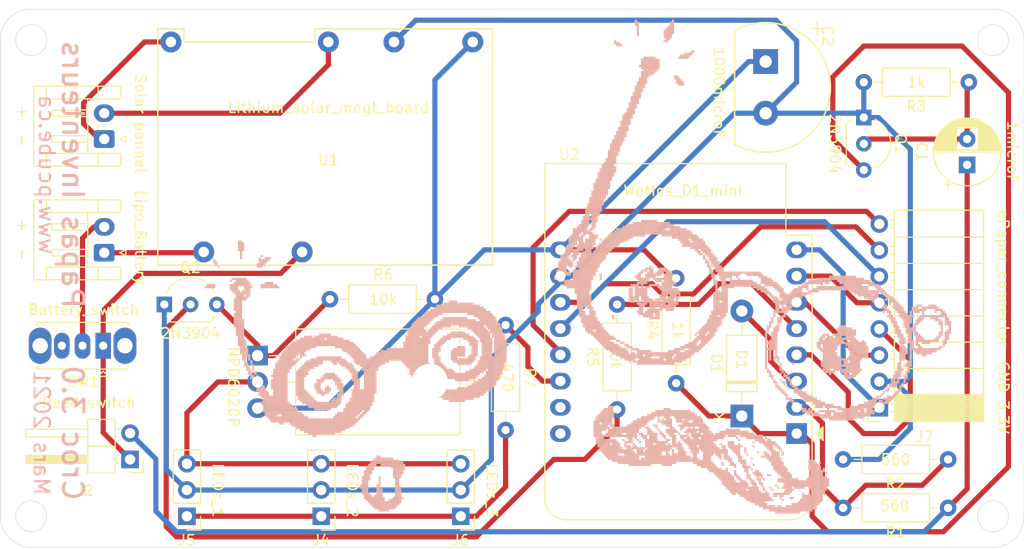
<source format=kicad_pcb>
(kicad_pcb (version 20171130) (host pcbnew 5.1.7-a382d34a8~88~ubuntu18.04.1)
  (layers (0 F.Cu signal) (31 B.Cu signal) (34 B.Paste user) (35 F.Paste user) (36 B.SilkS user hide) (37 F.SilkS user) (38 B.Mask user) (39 F.Mask user) (44 Edge.Cuts user))
  (net 0 "")
  (net 1 "Net-(C1-Pad1)")
  (net 2 "Net-(C1-Pad2)")
  (net 3 +5V)
  (net 4 GND)
  (net 5 /WEMOS_RESET)
  (net 6 /D0)
  (net 7 /SOLAR+)
  (net 8 /SOLAR-)
  (net 9 /LED_VIN)
  (net 10 /3.3V)
  (net 11 "Net-(Q2-Pad3)")
  (net 12 "Net-(Q2-Pad2)")
  (net 13 /A0)
  (net 14 /DIN)
  (net 15 /CLK)
  (net 16 /CS)
  (net 17 /DC)
  (net 18 /RST)
  (net 19 /BUSY)
  (net 20 /MOSFET_CTRL)
  (net 21 /WS2812B_DATA_IN)
  (net 22 /LIPO-)
  (net 23 /LED_DIN)
  (net 24 "Net-(J2-Pad1)")
  (net 25 /LIPO+SWITCH)
  (module "Lib_fp:LOGO_papas_inventeurs_et_jeunes (72x48mm)" (layer B.Cu) (at 192.775 68.625 180)
    (fp_text reference LOGO_papas_inventeurs_et_jeunes hide)
    (fp_text value "" (at 0 0) (layer B.SilkS) (effects (font (size 1.27 1.27)) (justify mirror)))
  )
  (module Connector_JST:JST_EH_S2B-EH_1x02_P2.50mm_Horizontal (layer F.Cu) (at 110.835 80.195 90)
    (fp_text reference "+  -" (at 1.25 -7.9 270 unlocked) (layer F.SilkS))
    (fp_text value "Solar pannel" (at 1.5 3.5 270 unlocked) (layer F.SilkS))
    (pad 1 thru_hole roundrect (at 0 0 90) (size 1.7 2) (drill 1) (layers *.Cu *.Mask) (roundrect_rratio 0.147059) (net 8 /SOLAR-))
    (pad 2 thru_hole oval (at 2.5 0 90) (size 1.7 2) (drill 1) (layers *.Cu *.Mask) (net 7 /SOLAR+))
  )
  (module Module:WEMOS_D1_mini_light (layer F.Cu) (at 177.835 108.695 180)
    (fp_text reference U2 (at 22 27) (layer F.SilkS))
    (fp_text value WeMos_D1_mini (at 11 23.5) (layer F.SilkS))
    (pad 2 thru_hole oval (at 0 2.54 180) (size 2 1.6) (drill 1) (layers *.Cu *.Mask) (net 13 /A0))
    (pad 1 thru_hole rect (at 0 0 180) (size 2 2) (drill 1) (layers *.Cu *.Mask) (net 5 /WEMOS_RESET))
    (pad 3 thru_hole oval (at 0 5.08 180) (size 2 1.6) (drill 1) (layers *.Cu *.Mask) (net 6 /D0))
    (pad 4 thru_hole oval (at 0 7.62 180) (size 2 1.6) (drill 1) (layers *.Cu *.Mask) (net 15 /CLK))
    (pad 5 thru_hole oval (at 0 10.16 180) (size 2 1.6) (drill 1) (layers *.Cu *.Mask) (net 20 /MOSFET_CTRL))
    (pad 6 thru_hole oval (at 0 12.7 180) (size 2 1.6) (drill 1) (layers *.Cu *.Mask) (net 14 /DIN))
    (pad 7 thru_hole oval (at 0 15.24 180) (size 2 1.6) (drill 1) (layers *.Cu *.Mask) (net 16 /CS))
    (pad 8 thru_hole oval (at 0 17.78 180) (size 2 1.6) (drill 1) (layers *.Cu *.Mask) (net 10 /3.3V))
    (pad 9 thru_hole oval (at 22.86 17.78 180) (size 2 1.6) (drill 1) (layers *.Cu *.Mask) (net 3 +5V))
    (pad 10 thru_hole oval (at 22.86 15.24 180) (size 2 1.6) (drill 1) (layers *.Cu *.Mask) (net 4 GND))
    (pad 11 thru_hole oval (at 22.86 12.7 180) (size 2 1.6) (drill 1) (layers *.Cu *.Mask) (net 18 /RST))
    (pad 12 thru_hole oval (at 22.86 10.16 180) (size 2 1.6) (drill 1) (layers *.Cu *.Mask) (net 17 /DC))
    (pad 13 thru_hole oval (at 22.86 7.62 180) (size 2 1.6) (drill 1) (layers *.Cu *.Mask) (net 19 /BUSY))
    (pad 14 thru_hole oval (at 22.86 5.08 180) (size 2 1.6) (drill 1) (layers *.Cu *.Mask) (net 21 /WS2812B_DATA_IN))
    (pad 15 thru_hole oval (at 22.86 2.54 180) (size 2 1.6) (drill 1) (layers *.Cu *.Mask))
    (pad 16 thru_hole oval (at 22.86 0 180) (size 2 1.6) (drill 1) (layers *.Cu *.Mask))
  )
  (module Capacitor_THT:CP_Radial_D6.3mm_P2.50mm (layer F.Cu) (at 194.335 82.695 90)
    (fp_text reference C1 (at 1.25 -4.4 270 unlocked) (layer F.SilkS))
    (fp_text value 1microF (at 1.25 4.4 270 unlocked) (layer F.SilkS))
    (pad 1 thru_hole rect (at 0 0 90) (size 1.6 1.6) (drill 0.8) (layers *.Cu *.Mask) (net 1 "Net-(C1-Pad1)"))
    (pad 2 thru_hole circle (at 2.5 0 90) (size 1.6 1.6) (drill 0.8) (layers *.Cu *.Mask) (net 2 "Net-(C1-Pad2)"))
  )
  (module lib_fp:Edge_CP_Radial_D12.5mm_P5.00mm (layer F.Cu) (at 174.835 75.195 270)
    (fp_text reference C2 (at -5 -6 270 unlocked) (layer F.SilkS))
    (fp_text value 1000microF (at 0.5 4.5 270 unlocked) (layer F.SilkS))
    (pad 1 thru_hole rect (at -2.5 0 270) (size 2.4 2.4) (drill 1.2) (layers *.Cu *.Mask) (net 3 +5V))
    (pad 2 thru_hole circle (at 2.5 0 270) (size 2.4 2.4) (drill 1.2) (layers *.Cu *.Mask) (net 4 GND))
  )
  (module Connector_PinHeader_2.54mm:PinHeader_1x02_P2.54mm_Horizontal (layer F.Cu) (at 113.335 111.195 180)
    (fp_text reference J2 (at 4.385 -3) (layer F.SilkS))
    (fp_text value Reed_switch (at 4 5.5) (layer F.SilkS))
    (pad 1 thru_hole rect (at 0 0 180) (size 1.7 1.7) (drill 1) (layers *.Cu *.Mask) (net 24 "Net-(J2-Pad1)"))
    (pad 2 thru_hole oval (at 0 2.54 180) (size 1.7 1.7) (drill 1) (layers *.Cu *.Mask) (net 1 "Net-(C1-Pad1)"))
  )
  (module Connector_JST:JST_EH_S2B-EH_1x02_P2.50mm_Horizontal (layer F.Cu) (at 110.835 91.195 90)
    (fp_text reference "+  -" (at 1.25 -7.9 270 unlocked) (layer F.SilkS))
    (fp_text value Lipo_Battery (at 1.5 3.5 270 unlocked) (layer F.SilkS))
    (pad 2 thru_hole oval (at 2.5 0 90) (size 1.7 2) (drill 1) (layers *.Cu *.Mask) (net 25 /LIPO+SWITCH))
    (pad 1 thru_hole roundrect (at 0 0 90) (size 1.7 2) (drill 1) (layers *.Cu *.Mask) (roundrect_rratio 0.147059) (net 22 /LIPO-))
  )
  (module Connector_PinSocket_2.54mm:PinSocket_1x08_P2.54mm_Horizontal (layer F.Cu) (at 185.835 106.195 180)
    (fp_text reference J7 (at -4.38 -2.77) (layer F.SilkS))
    (fp_text value ePaper_connector (at -12 12.5 270 unlocked) (layer F.SilkS))
    (pad 8 thru_hole oval (at 0 17.78 180) (size 1.7 1.7) (drill 1) (layers *.Cu *.Mask) (net 19 /BUSY))
    (pad 7 thru_hole oval (at 0 15.24 180) (size 1.7 1.7) (drill 1) (layers *.Cu *.Mask) (net 18 /RST))
    (pad 6 thru_hole oval (at 0 12.7 180) (size 1.7 1.7) (drill 1) (layers *.Cu *.Mask) (net 17 /DC))
    (pad 5 thru_hole oval (at 0 10.16 180) (size 1.7 1.7) (drill 1) (layers *.Cu *.Mask) (net 16 /CS))
    (pad 4 thru_hole oval (at 0 7.62 180) (size 1.7 1.7) (drill 1) (layers *.Cu *.Mask) (net 15 /CLK))
    (pad 3 thru_hole oval (at 0 5.08 180) (size 1.7 1.7) (drill 1) (layers *.Cu *.Mask) (net 14 /DIN))
    (pad 2 thru_hole oval (at 0 2.54 180) (size 1.7 1.7) (drill 1) (layers *.Cu *.Mask) (net 4 GND))
    (pad 1 thru_hole rect (at 0 0 180) (size 1.7 1.7) (drill 1) (layers *.Cu *.Mask) (net 10 /3.3V))
  )
  (module Package_TO_SOT_THT:TO-92L_Inline_Wide (layer F.Cu) (at 184.335 78.115 270)
    (fp_text reference Q1 (at 2.54 -3.56 270 unlocked) (layer F.SilkS))
    (fp_text value 2N3904 (at 2.54 2.79 270 unlocked) (layer F.SilkS))
    (pad 2 thru_hole circle (at 2.54 0 270) (size 1.5 1.5) (drill 0.8) (layers *.Cu *.Mask) (net 2 "Net-(C1-Pad2)"))
    (pad 3 thru_hole circle (at 5.08 0 270) (size 1.5 1.5) (drill 0.8) (layers *.Cu *.Mask) (net 5 /WEMOS_RESET))
    (pad 1 thru_hole rect (at 0 0 270) (size 1.5 1.5) (drill 0.8) (layers *.Cu *.Mask) (net 4 GND))
  )
  (module Package_TO_SOT_THT:TO-92L_Inline_Wide (layer F.Cu) (at 116.65 96.2)
    (fp_text reference Q2 (at 2.54 -3.56) (layer F.SilkS))
    (fp_text value 2N3904 (at 2.54 2.79) (layer F.SilkS))
    (pad 1 thru_hole rect (at 0 0) (size 1.5 1.5) (drill 0.8) (layers *.Cu *.Mask) (net 4 GND))
    (pad 3 thru_hole circle (at 5.08 0) (size 1.5 1.5) (drill 0.8) (layers *.Cu *.Mask) (net 11 "Net-(Q2-Pad3)"))
    (pad 2 thru_hole circle (at 2.54 0) (size 1.5 1.5) (drill 0.8) (layers *.Cu *.Mask) (net 12 "Net-(Q2-Pad2)"))
  )
  (module Package_TO_SOT_THT:TO-220-3_Horizontal_TabDown (layer F.Cu) (at 125.675 101.155 270)
    (fp_text reference Q3 (at 2.54 -20.58 270 unlocked) (layer F.SilkS))
    (fp_text value NPD6020P (at 3.04 2.34 270 unlocked) (layer F.SilkS))
    (pad "" np_thru_hole oval (at 2.54 -16.66 270) (size 3.5 3.5) (drill 3.5) (layers *.Cu *.Mask))
    (pad 1 thru_hole rect (at 0 0 270) (size 1.905 2) (drill 1.1) (layers *.Cu *.Mask) (net 11 "Net-(Q2-Pad3)"))
    (pad 2 thru_hole oval (at 2.54 0 270) (size 1.905 2) (drill 1.1) (layers *.Cu *.Mask) (net 9 /LED_VIN))
    (pad 3 thru_hole oval (at 5.08 0 270) (size 1.905 2) (drill 1.1) (layers *.Cu *.Mask) (net 3 +5V))
  )
  (module Lib_fp:Lithium_solar_mngt_board (layer F.Cu) (at 135.065 66.99)
    (fp_text reference U1 (at -2.54 15.24) (layer F.SilkS))
    (fp_text value Lithium_solar_mngt_board (at -2.54 10.16) (layer F.SilkS))
    (pad 1 thru_hole circle (at -2.54 3.81) (size 2.032 2.032) (drill 1.016) (layers *.Cu *.Mask) (net 7 /SOLAR+))
    (pad 2 thru_hole circle (at -17.78 3.81) (size 2.032 2.032) (drill 1.016) (layers *.Cu *.Mask) (net 8 /SOLAR-))
    (pad 4 thru_hole circle (at -14.605 24.13) (size 2.032 2.032) (drill 1.016) (layers *.Cu *.Mask) (net 22 /LIPO-))
    (pad 3 thru_hole circle (at -5.08 24.13) (size 2.032 2.032) (drill 1.016) (layers *.Cu *.Mask) (net 24 "Net-(J2-Pad1)"))
    (pad 6 thru_hole circle (at 3.81 3.81) (size 2.032 2.032) (drill 1.016) (layers *.Cu *.Mask) (net 4 GND))
    (pad 5 thru_hole circle (at 11.43 3.81) (size 2.032 2.032) (drill 1.016) (layers *.Cu *.Mask) (net 3 +5V))
  )
  (module Connector_PinHeader_2.54mm:PinHeader_1x03_P2.54mm_Vertical (layer F.Cu) (at 131.835 116.695 180)
    (fp_text reference J4 (at 0 -2.33) (layer F.SilkS))
    (fp_text value LEDs_2 (at -3 2.5 270 unlocked) (layer F.SilkS))
    (pad 1 thru_hole rect (at 0 0 180) (size 1.7 1.7) (drill 1) (layers *.Cu *.Mask) (net 23 /LED_DIN))
    (pad 2 thru_hole oval (at 0 2.54 180) (size 1.7 1.7) (drill 1) (layers *.Cu *.Mask) (net 4 GND))
    (pad 3 thru_hole oval (at 0 5.08 180) (size 1.7 1.7) (drill 1) (layers *.Cu *.Mask) (net 9 /LED_VIN))
  )
  (module Connector_PinHeader_2.54mm:PinHeader_1x03_P2.54mm_Vertical (layer F.Cu) (at 118.835 116.695 180)
    (fp_text reference J5 (at 0 -2.33) (layer F.SilkS))
    (fp_text value LEDs_1 (at -3 2.5 270 unlocked) (layer F.SilkS))
    (pad 3 thru_hole oval (at 0 5.08 180) (size 1.7 1.7) (drill 1) (layers *.Cu *.Mask) (net 9 /LED_VIN))
    (pad 2 thru_hole oval (at 0 2.54 180) (size 1.7 1.7) (drill 1) (layers *.Cu *.Mask) (net 4 GND))
    (pad 1 thru_hole rect (at 0 0 180) (size 1.7 1.7) (drill 1) (layers *.Cu *.Mask) (net 23 /LED_DIN))
  )
  (module Connector_PinHeader_2.54mm:PinHeader_1x03_P2.54mm_Vertical (layer F.Cu) (at 145.335 116.695 180)
    (fp_text reference J6 (at 0 -2.33) (layer F.SilkS))
    (fp_text value LEDs_3 (at -3 2.5 270 unlocked) (layer F.SilkS))
    (pad 1 thru_hole rect (at 0 0 180) (size 1.7 1.7) (drill 1) (layers *.Cu *.Mask) (net 23 /LED_DIN))
    (pad 2 thru_hole oval (at 0 2.54 180) (size 1.7 1.7) (drill 1) (layers *.Cu *.Mask) (net 4 GND))
    (pad 3 thru_hole oval (at 0 5.08 180) (size 1.7 1.7) (drill 1) (layers *.Cu *.Mask) (net 9 /LED_VIN))
  )
  (module Button_Switch_THT:SW_Slide_1P2T_CK_OS102011MS2Q (layer F.Cu) (at 110.735 100.195 180)
    (fp_text reference SW1 (at 1.9 -3.5) (layer F.SilkS))
    (fp_text value Battery_switch (at 1.9 3.5) (layer F.SilkS))
    (pad 1 thru_hole rect (at 0 0 180) (size 1.5 2.5) (drill 0.8) (layers *.Cu *.Mask) (net 24 "Net-(J2-Pad1)"))
    (pad 2 thru_hole oval (at 2 0 180) (size 1.5 2.5) (drill 0.8) (layers *.Cu *.Mask) (net 25 /LIPO+SWITCH))
    (pad 3 thru_hole oval (at 4 0 180) (size 1.5 2.5) (drill 0.8) (layers *.Cu *.Mask))
    (pad "" thru_hole oval (at -2.1 0 180) (size 2.2 3.5) (drill 1.5) (layers *.Cu *.Mask))
    (pad "" thru_hole oval (at 6.1 0 180) (size 2.2 3.5) (drill 1.5) (layers *.Cu *.Mask))
  )
  (module Resistor_THT:R_Axial_DIN0207_L6.3mm_D2.5mm_P10.16mm_Horizontal (layer F.Cu) (at 192.495 115.885 180)
    (fp_text reference R1 (at 5.08 -2.37) (layer F.SilkS))
    (fp_text value 560 (at 5.16 0.19) (layer F.SilkS))
    (pad 1 thru_hole circle (at 0 0 180) (size 1.6 1.6) (drill 0.8) (layers *.Cu *.Mask) (net 1 "Net-(C1-Pad1)"))
    (pad 2 thru_hole oval (at 10.16 0 180) (size 1.6 1.6) (drill 0.8) (layers *.Cu *.Mask) (net 13 /A0))
  )
  (module Resistor_THT:R_Axial_DIN0207_L6.3mm_D2.5mm_P10.16mm_Horizontal (layer F.Cu) (at 192.495 111.195 180)
    (fp_text reference R2 (at 5.08 -2.37) (layer F.SilkS))
    (fp_text value 560 (at 5.08 0) (layer F.SilkS))
    (pad 2 thru_hole oval (at 10.16 0 180) (size 1.6 1.6) (drill 0.8) (layers *.Cu *.Mask) (net 4 GND))
    (pad 1 thru_hole circle (at 0 0 180) (size 1.6 1.6) (drill 0.8) (layers *.Cu *.Mask) (net 13 /A0))
  )
  (module Resistor_THT:R_Axial_DIN0207_L6.3mm_D2.5mm_P10.16mm_Horizontal (layer F.Cu) (at 194.495 74.695 180)
    (fp_text reference R3 (at 5.08 -2.37) (layer F.SilkS))
    (fp_text value 1k (at 5.08 0) (layer F.SilkS))
    (pad 1 thru_hole circle (at 0 0 180) (size 1.6 1.6) (drill 0.8) (layers *.Cu *.Mask) (net 2 "Net-(C1-Pad2)"))
    (pad 2 thru_hole oval (at 10.16 0 180) (size 1.6 1.6) (drill 0.8) (layers *.Cu *.Mask) (net 4 GND))
  )
  (module Resistor_THT:R_Axial_DIN0207_L6.3mm_D2.5mm_P10.16mm_Horizontal (layer F.Cu) (at 166.18 93.66 270)
    (fp_text reference R4 (at 5.035 2.345 270 unlocked) (layer F.SilkS))
    (fp_text value 1k (at 5.08 -0.155 270 unlocked) (layer F.SilkS))
    (pad 2 thru_hole oval (at 10.16 0 270) (size 1.6 1.6) (drill 0.8) (layers *.Cu *.Mask) (net 5 /WEMOS_RESET))
    (pad 1 thru_hole circle (at 0 0 270) (size 1.6 1.6) (drill 0.8) (layers *.Cu *.Mask) (net 3 +5V))
  )
  (module Resistor_THT:R_Axial_DIN0207_L6.3mm_D2.5mm_P10.16mm_Horizontal (layer F.Cu) (at 160.465 106.36 90)
    (fp_text reference R5 (at 5.08 -2.37 270 unlocked) (layer F.SilkS))
    (fp_text value 10k (at 5.165 -0.13 270 unlocked) (layer F.SilkS))
    (pad 2 thru_hole oval (at 10.16 0 90) (size 1.6 1.6) (drill 0.8) (layers *.Cu *.Mask) (net 20 /MOSFET_CTRL))
    (pad 1 thru_hole circle (at 0 0 90) (size 1.6 1.6) (drill 0.8) (layers *.Cu *.Mask) (net 12 "Net-(Q2-Pad2)"))
  )
  (module Resistor_THT:R_Axial_DIN0207_L6.3mm_D2.5mm_P10.16mm_Horizontal (layer F.Cu) (at 132.675 95.695)
    (fp_text reference R6 (at 5.16 -2.37) (layer F.SilkS))
    (fp_text value 10k (at 5.16 0) (layer F.SilkS))
    (pad 1 thru_hole circle (at 0 0) (size 1.6 1.6) (drill 0.8) (layers *.Cu *.Mask) (net 11 "Net-(Q2-Pad3)"))
    (pad 2 thru_hole oval (at 10.16 0) (size 1.6 1.6) (drill 0.8) (layers *.Cu *.Mask) (net 3 +5V))
  )
  (module Resistor_THT:R_Axial_DIN0207_L6.3mm_D2.5mm_P10.16mm_Horizontal (layer F.Cu) (at 149.67 98.195 270)
    (fp_text reference R7 (at 5.08 -2.37 270 unlocked) (layer F.SilkS))
    (fp_text value 470 (at 5.08 -0.165 270 unlocked) (layer F.SilkS))
    (pad 1 thru_hole circle (at 0 0 270) (size 1.6 1.6) (drill 0.8) (layers *.Cu *.Mask) (net 21 /WS2812B_DATA_IN))
    (pad 2 thru_hole oval (at 10.16 0 270) (size 1.6 1.6) (drill 0.8) (layers *.Cu *.Mask) (net 23 /LED_DIN))
  )
  (module Diode_THT:D_DO-41_SOD81_P10.16mm_Horizontal (layer F.Cu) (at 172.53 106.995 90)
    (fp_text reference D1 (at 5.08 -2.47 270 unlocked) (layer F.SilkS))
    (fp_text value DIODE)
    (fp_text user %R (at 5.47 0 270 unlocked) (layer F.SilkS))
    (fp_text user K (at 0 -2.1 90) (layer F.SilkS))
    (pad 1 thru_hole rect (at 0 0 90) (size 2.2 2.2) (drill 1.1) (layers *.Cu *.Mask) (net 5 /WEMOS_RESET))
    (pad 2 thru_hole oval (at 10.16 0 90) (size 2.2 2.2) (drill 1.1) (layers *.Cu *.Mask) (net 6 /D0))
  )
  (gr_text "Croc 3.0" (at 107.775 108.625 270) (layer B.SilkS) (effects (font (size 2 2) (thickness 0.3)) (justify mirror)))
  (gr_text "Mars 2021" (at 104.775 108.625 270) (layer B.SilkS) (effects (font (size 1.5 1.5) (thickness 0.2)) (justify mirror)))
  (gr_text www.pcube.ca (at 105.275 83.625 270) (layer B.SilkS) (effects (font (size 1.5 1.5) (thickness 0.2)) (justify mirror)))
  (gr_text "Papas Inventeurs" (at 107.775 83.625 270) (layer B.SilkS) (effects (font (size 2 2) (thickness 0.3)) (justify mirror)))
  (gr_line (start 100.775 70.625) (end 100.775 116.695) (layer Edge.Cuts) (width 0.05))
  (gr_arc (start 103.775 70.625) (end 103.775 67.625) (angle -90) (layer Edge.Cuts) (width 0.05))
  (gr_arc (start 196.835 70.625) (end 199.835 70.625) (angle -90) (layer Edge.Cuts) (width 0.05))
  (gr_arc (start 196.835 116.695) (end 196.835 119.695) (angle -90) (layer Edge.Cuts) (width 0.05))
  (gr_arc (start 103.775 116.695) (end 100.775 116.695) (angle -90) (layer Edge.Cuts) (width 0.05))
  (gr_text "GND 3.3V" (at 197.835 105.195 270) (layer F.SilkS) (effects (font (size 1 1))))
  (gr_circle (center 103.775 70.625) (end 102.275 70.625) (layer Edge.Cuts) (width 0.05))
  (gr_circle (center 196.835 116.695) (end 198.335 116.695) (layer Edge.Cuts) (width 0.05))
  (gr_circle (center 196.835 70.625) (end 198.335 70.625) (layer Edge.Cuts) (width 0.05))
  (gr_circle (center 103.775 116.695) (end 102.275 116.695) (layer Edge.Cuts) (width 0.05))
  (gr_line (start 196.835 67.625) (end 103.775 67.625) (layer Edge.Cuts) (width 0.05))
  (gr_line (start 199.835 116.695) (end 199.835 70.625) (layer Edge.Cuts) (width 0.05))
  (gr_line (start 103.775 119.695) (end 196.835 119.695) (layer Edge.Cuts) (width 0.05))
  (segment (start 192.495 115.885) (end 194.335 114.045) (width 0.5) (layer F.Cu) (net 1))
  (segment (start 194.335 114.045) (end 194.335 82.695) (width 0.5) (layer F.Cu) (net 1))
  (segment (start 115.835 111.155) (end 113.335 108.655) (width 0.5) (layer B.Cu) (net 1))
  (segment (start 115.835 116.205002) (end 115.835 111.155) (width 0.5) (layer B.Cu) (net 1))
  (segment (start 117.824998 118.195) (end 115.835 116.205002) (width 0.5) (layer B.Cu) (net 1))
  (segment (start 192.495 115.885) (end 190.185 118.195) (width 0.5) (layer B.Cu) (net 1))
  (segment (start 190.185 118.195) (end 117.824998 118.195) (width 0.5) (layer B.Cu) (net 1))
  (segment (start 194.335 74.855) (end 194.495 74.695) (width 0.5) (layer F.Cu) (net 2))
  (segment (start 194.335 80.195) (end 194.335 74.855) (width 0.5) (layer F.Cu) (net 2))
  (segment (start 184.795 80.195) (end 184.335 80.655) (width 0.5) (layer F.Cu) (net 2))
  (segment (start 194.335 80.195) (end 184.795 80.195) (width 0.5) (layer F.Cu) (net 2))
  (segment (start 154.975 90.915) (end 163.055 90.915) (width 0.5) (layer F.Cu) (net 3))
  (segment (start 165.8 93.66) (end 166.18 93.66) (width 0.5) (layer F.Cu) (net 3))
  (segment (start 163.055 90.915) (end 165.8 93.66) (width 0.5) (layer F.Cu) (net 3))
  (segment (start 147.615 90.915) (end 142.835 95.695) (width 0.5) (layer B.Cu) (net 3))
  (segment (start 154.975 90.915) (end 147.615 90.915) (width 0.5) (layer B.Cu) (net 3))
  (segment (start 142.835 74.46) (end 146.495 70.8) (width 0.5) (layer B.Cu) (net 3))
  (segment (start 142.835 95.695) (end 142.835 74.46) (width 0.5) (layer B.Cu) (net 3))
  (segment (start 132.295 106.235) (end 142.835 95.695) (width 0.5) (layer B.Cu) (net 3))
  (segment (start 125.675 106.235) (end 132.295 106.235) (width 0.5) (layer B.Cu) (net 3))
  (segment (start 173.195 72.695) (end 154.975 90.915) (width 0.5) (layer B.Cu) (net 3))
  (segment (start 174.835 72.695) (end 173.195 72.695) (width 0.5) (layer B.Cu) (net 3))
  (segment (start 116.65 96.2) (end 116.65 99.01) (width 0.5) (layer B.Cu) (net 4))
  (segment (start 116.65 99.01) (end 116.835 99.195) (width 0.5) (layer B.Cu) (net 4))
  (segment (start 116.835 112.155) (end 118.835 114.155) (width 0.5) (layer B.Cu) (net 4))
  (segment (start 116.835 99.195) (end 116.835 112.155) (width 0.5) (layer B.Cu) (net 4))
  (segment (start 118.835 114.155) (end 131.835 114.155) (width 0.5) (layer B.Cu) (net 4))
  (segment (start 131.835 114.155) (end 145.335 114.155) (width 0.5) (layer B.Cu) (net 4))
  (segment (start 145.335 114.155) (end 148.295 111.195) (width 0.5) (layer B.Cu) (net 4))
  (segment (start 148.295 101.420002) (end 152.835 96.880002) (width 0.5) (layer B.Cu) (net 4))
  (segment (start 148.295 111.195) (end 148.295 101.420002) (width 0.5) (layer B.Cu) (net 4))
  (segment (start 154.975 94.027219) (end 154.975 93.455) (width 0.5) (layer B.Cu) (net 4))
  (segment (start 152.835 96.167219) (end 154.975 94.027219) (width 0.5) (layer B.Cu) (net 4))
  (segment (start 152.835 96.880002) (end 152.835 96.167219) (width 0.5) (layer B.Cu) (net 4))
  (segment (start 154.975 93.455) (end 156.075 93.455) (width 0.5) (layer B.Cu) (net 4))
  (segment (start 171.835 77.695) (end 174.835 77.695) (width 0.5) (layer B.Cu) (net 4))
  (segment (start 156.075 93.455) (end 171.835 77.695) (width 0.5) (layer B.Cu) (net 4))
  (segment (start 183.915 77.695) (end 184.335 78.115) (width 0.5) (layer B.Cu) (net 4))
  (segment (start 174.835 77.695) (end 183.915 77.695) (width 0.5) (layer B.Cu) (net 4))
  (segment (start 184.335 78.115) (end 184.335 74.695) (width 0.5) (layer B.Cu) (net 4))
  (segment (start 185.755 78.115) (end 184.335 78.115) (width 0.5) (layer B.Cu) (net 4))
  (segment (start 188.835 103.105) (end 188.835 81.195) (width 0.5) (layer B.Cu) (net 4))
  (segment (start 188.835 81.195) (end 185.755 78.115) (width 0.5) (layer B.Cu) (net 4))
  (segment (start 188.285 103.655) (end 188.835 103.105) (width 0.5) (layer B.Cu) (net 4))
  (segment (start 185.835 103.655) (end 188.285 103.655) (width 0.5) (layer B.Cu) (net 4))
  (segment (start 185.835 103.655) (end 187.295 103.655) (width 0.5) (layer B.Cu) (net 4))
  (segment (start 187.295 103.655) (end 188.835 105.195) (width 0.5) (layer B.Cu) (net 4))
  (segment (start 188.835 105.195) (end 188.835 108.195) (width 0.5) (layer B.Cu) (net 4))
  (segment (start 185.835 111.195) (end 182.335 111.195) (width 0.5) (layer B.Cu) (net 4))
  (segment (start 188.835 108.195) (end 185.835 111.195) (width 0.5) (layer B.Cu) (net 4))
  (segment (start 177.835 74.695) (end 174.835 77.695) (width 0.5) (layer B.Cu) (net 4))
  (segment (start 177.835 70.695) (end 177.835 74.695) (width 0.5) (layer B.Cu) (net 4))
  (segment (start 175.835 68.695) (end 177.835 70.695) (width 0.5) (layer B.Cu) (net 4))
  (segment (start 138.875 70.8) (end 140.98 68.695) (width 0.5) (layer B.Cu) (net 4))
  (segment (start 140.98 68.695) (end 175.835 68.695) (width 0.5) (layer B.Cu) (net 4))
  (segment (start 174.23 108.695) (end 172.53 106.995) (width 0.5) (layer F.Cu) (net 5))
  (segment (start 177.835 108.695) (end 174.23 108.695) (width 0.5) (layer F.Cu) (net 5))
  (segment (start 169.355 106.995) (end 166.18 103.82) (width 0.5) (layer F.Cu) (net 5))
  (segment (start 172.53 106.995) (end 169.355 106.995) (width 0.5) (layer F.Cu) (net 5))
  (segment (start 181.335 74.195) (end 181.335 80.195) (width 0.5) (layer F.Cu) (net 5))
  (segment (start 198.335 75.695) (end 193.835 71.195) (width 0.5) (layer F.Cu) (net 5))
  (segment (start 198.335 111.895002) (end 198.335 75.695) (width 0.5) (layer F.Cu) (net 5))
  (segment (start 178.335 108.695) (end 179.335 109.695) (width 0.5) (layer F.Cu) (net 5))
  (segment (start 184.335 71.195) (end 181.335 74.195) (width 0.5) (layer F.Cu) (net 5))
  (segment (start 177.835 108.695) (end 178.335 108.695) (width 0.5) (layer F.Cu) (net 5))
  (segment (start 179.335 109.695) (end 179.335 116.695) (width 0.5) (layer F.Cu) (net 5))
  (segment (start 181.335 80.195) (end 184.335 83.195) (width 0.5) (layer F.Cu) (net 5))
  (segment (start 180.835 118.195) (end 192.035002 118.195) (width 0.5) (layer F.Cu) (net 5))
  (segment (start 193.835 71.195) (end 184.335 71.195) (width 0.5) (layer F.Cu) (net 5))
  (segment (start 179.335 116.695) (end 180.835 118.195) (width 0.5) (layer F.Cu) (net 5))
  (segment (start 192.035002 118.195) (end 198.335 111.895002) (width 0.5) (layer F.Cu) (net 5))
  (segment (start 177.835 103.615) (end 177.255 103.615) (width 0.5) (layer F.Cu) (net 6))
  (segment (start 177.255 103.615) (end 175.335 101.695) (width 0.5) (layer F.Cu) (net 6))
  (segment (start 175.335 99.64) (end 172.53 96.835) (width 0.5) (layer F.Cu) (net 6))
  (segment (start 175.335 101.695) (end 175.335 99.64) (width 0.5) (layer F.Cu) (net 6))
  (segment (start 110.835 77.695) (end 127.835 77.695) (width 0.5) (layer F.Cu) (net 7))
  (segment (start 132.525 73.005) (end 132.525 70.8) (width 0.5) (layer F.Cu) (net 7))
  (segment (start 127.835 77.695) (end 132.525 73.005) (width 0.5) (layer F.Cu) (net 7))
  (segment (start 110.835 80.195) (end 110.335 80.195) (width 0.5) (layer F.Cu) (net 8))
  (segment (start 110.335 80.195) (end 108.835 78.695) (width 0.5) (layer F.Cu) (net 8))
  (segment (start 108.835 78.695) (end 108.835 76.695) (width 0.5) (layer F.Cu) (net 8))
  (segment (start 114.73 70.8) (end 117.285 70.8) (width 0.5) (layer F.Cu) (net 8))
  (segment (start 108.835 76.695) (end 114.73 70.8) (width 0.5) (layer F.Cu) (net 8))
  (segment (start 125.675 103.695) (end 121.835 103.695) (width 0.5) (layer F.Cu) (net 9))
  (segment (start 118.835 106.695) (end 118.835 111.615) (width 0.5) (layer F.Cu) (net 9))
  (segment (start 121.835 103.695) (end 118.835 106.695) (width 0.5) (layer F.Cu) (net 9))
  (segment (start 118.835 111.615) (end 131.835 111.615) (width 0.5) (layer F.Cu) (net 9))
  (segment (start 131.835 111.615) (end 145.335 111.615) (width 0.5) (layer F.Cu) (net 9))
  (segment (start 177.835 90.915) (end 180.055 90.915) (width 0.5) (layer B.Cu) (net 10))
  (segment (start 180.055 90.915) (end 182.335 93.195) (width 0.5) (layer B.Cu) (net 10))
  (segment (start 182.335 102.695) (end 185.835 106.195) (width 0.5) (layer B.Cu) (net 10))
  (segment (start 182.335 93.195) (end 182.335 102.695) (width 0.5) (layer B.Cu) (net 10))
  (segment (start 125.675 100.145) (end 125.675 101.155) (width 0.5) (layer F.Cu) (net 11))
  (segment (start 121.73 96.2) (end 125.675 100.145) (width 0.5) (layer F.Cu) (net 11))
  (segment (start 127.215 101.155) (end 132.675 95.695) (width 0.5) (layer F.Cu) (net 11))
  (segment (start 125.675 101.155) (end 127.215 101.155) (width 0.5) (layer F.Cu) (net 11))
  (segment (start 160.465 108.065) (end 160.465 106.36) (width 0.5) (layer F.Cu) (net 12))
  (segment (start 157.335 111.195) (end 160.465 108.065) (width 0.5) (layer F.Cu) (net 12))
  (segment (start 116.835 98.555) (end 116.835 117.695) (width 0.5) (layer F.Cu) (net 12))
  (segment (start 116.835 117.695) (end 117.835 118.695) (width 0.5) (layer F.Cu) (net 12))
  (segment (start 119.19 96.2) (end 116.835 98.555) (width 0.5) (layer F.Cu) (net 12))
  (segment (start 117.835 118.695) (end 146.835 118.695) (width 0.5) (layer F.Cu) (net 12))
  (segment (start 146.835 118.695) (end 154.335 111.195) (width 0.5) (layer F.Cu) (net 12))
  (segment (start 154.335 111.195) (end 157.335 111.195) (width 0.5) (layer F.Cu) (net 12))
  (segment (start 177.835 106.155) (end 178.795 106.155) (width 0.5) (layer F.Cu) (net 13))
  (segment (start 178.795 106.155) (end 180.335 107.695) (width 0.5) (layer F.Cu) (net 13))
  (segment (start 180.335 113.885) (end 182.335 115.885) (width 0.5) (layer F.Cu) (net 13))
  (segment (start 180.335 107.695) (end 180.335 113.885) (width 0.5) (layer F.Cu) (net 13))
  (segment (start 182.335 115.885) (end 184.525 113.695) (width 0.5) (layer F.Cu) (net 13))
  (segment (start 189.995 113.695) (end 192.495 111.195) (width 0.5) (layer F.Cu) (net 13))
  (segment (start 184.525 113.695) (end 189.995 113.695) (width 0.5) (layer F.Cu) (net 13))
  (segment (start 177.835 95.995) (end 178.635 95.995) (width 0.5) (layer F.Cu) (net 14))
  (segment (start 183.755 101.115) (end 185.835 101.115) (width 0.5) (layer F.Cu) (net 14))
  (segment (start 178.635 95.995) (end 183.755 101.115) (width 0.5) (layer F.Cu) (net 14))
  (segment (start 177.835 101.075) (end 179.215 101.075) (width 0.5) (layer F.Cu) (net 15))
  (segment (start 179.215 101.075) (end 182.835 104.695) (width 0.5) (layer F.Cu) (net 15))
  (segment (start 182.835 104.695) (end 182.835 107.195) (width 0.5) (layer F.Cu) (net 15))
  (segment (start 182.835 107.195) (end 184.335 108.695) (width 0.5) (layer F.Cu) (net 15))
  (segment (start 184.335 108.695) (end 187.335 108.695) (width 0.5) (layer F.Cu) (net 15))
  (segment (start 187.335 108.695) (end 188.835 107.195) (width 0.5) (layer F.Cu) (net 15))
  (segment (start 188.835 101.575) (end 185.835 98.575) (width 0.5) (layer F.Cu) (net 15))
  (segment (start 188.835 107.195) (end 188.835 101.575) (width 0.5) (layer F.Cu) (net 15))
  (segment (start 177.835 93.455) (end 181.095 93.455) (width 0.5) (layer F.Cu) (net 16))
  (segment (start 183.675 96.035) (end 185.835 96.035) (width 0.5) (layer F.Cu) (net 16))
  (segment (start 181.095 93.455) (end 183.675 96.035) (width 0.5) (layer F.Cu) (net 16))
  (segment (start 185.835 93.495) (end 180.535 88.195) (width 0.5) (layer B.Cu) (net 17))
  (segment (start 180.535 88.195) (end 165.335 88.195) (width 0.5) (layer B.Cu) (net 17))
  (segment (start 154.995 98.535) (end 154.975 98.535) (width 0.5) (layer B.Cu) (net 17))
  (segment (start 165.335 88.195) (end 154.995 98.535) (width 0.5) (layer B.Cu) (net 17))
  (segment (start 154.975 95.995) (end 157.535 95.995) (width 0.5) (layer F.Cu) (net 18))
  (segment (start 157.535 95.995) (end 159.335 94.195) (width 0.5) (layer F.Cu) (net 18))
  (segment (start 159.335 94.195) (end 163.835 94.195) (width 0.5) (layer F.Cu) (net 18))
  (segment (start 163.835 94.195) (end 164.835 95.195) (width 0.5) (layer F.Cu) (net 18))
  (segment (start 164.835 95.195) (end 167.835 95.195) (width 0.5) (layer F.Cu) (net 18))
  (segment (start 167.835 95.195) (end 174.335 88.695) (width 0.5) (layer F.Cu) (net 18))
  (segment (start 183.575 88.695) (end 185.835 90.955) (width 0.5) (layer F.Cu) (net 18))
  (segment (start 174.335 88.695) (end 183.575 88.695) (width 0.5) (layer F.Cu) (net 18))
  (segment (start 154.975 101.075) (end 154.975 100.835) (width 0.5) (layer F.Cu) (net 19))
  (segment (start 154.975 100.835) (end 152.335 98.195) (width 0.5) (layer F.Cu) (net 19))
  (segment (start 152.335 98.195) (end 152.335 90.695) (width 0.5) (layer F.Cu) (net 19))
  (segment (start 152.335 90.695) (end 155.835 87.195) (width 0.5) (layer F.Cu) (net 19))
  (segment (start 184.615 87.195) (end 185.835 88.415) (width 0.5) (layer F.Cu) (net 19))
  (segment (start 155.835 87.195) (end 184.615 87.195) (width 0.5) (layer F.Cu) (net 19))
  (segment (start 160.465 96.2) (end 168.33 96.2) (width 0.5) (layer F.Cu) (net 20))
  (segment (start 168.33 96.2) (end 170.335 94.195) (width 0.5) (layer F.Cu) (net 20))
  (segment (start 173.495 94.195) (end 177.835 98.535) (width 0.5) (layer F.Cu) (net 20))
  (segment (start 170.335 94.195) (end 173.495 94.195) (width 0.5) (layer F.Cu) (net 20))
  (segment (start 154.975 103.615) (end 153.255 103.615) (width 0.5) (layer F.Cu) (net 21))
  (segment (start 153.255 103.615) (end 151.835 102.195) (width 0.5) (layer F.Cu) (net 21))
  (segment (start 151.835 100.36) (end 149.67 98.195) (width 0.5) (layer F.Cu) (net 21))
  (segment (start 151.835 102.195) (end 151.835 100.36) (width 0.5) (layer F.Cu) (net 21))
  (segment (start 120.385 91.195) (end 120.46 91.12) (width 0.5) (layer F.Cu) (net 22))
  (segment (start 110.835 91.195) (end 120.385 91.195) (width 0.5) (layer F.Cu) (net 22))
  (segment (start 118.835 116.695) (end 131.835 116.695) (width 0.5) (layer F.Cu) (net 23))
  (segment (start 131.835 116.695) (end 145.335 116.695) (width 0.5) (layer F.Cu) (net 23))
  (segment (start 145.335 116.695) (end 146.835 116.695) (width 0.5) (layer F.Cu) (net 23))
  (segment (start 149.67 113.86) (end 149.67 108.355) (width 0.5) (layer F.Cu) (net 23))
  (segment (start 146.835 116.695) (end 149.67 113.86) (width 0.5) (layer F.Cu) (net 23))
  (segment (start 110.735 100.195) (end 110.735 96.795) (width 0.5) (layer F.Cu) (net 24))
  (segment (start 110.735 96.795) (end 114.335 93.195) (width 0.5) (layer F.Cu) (net 24))
  (segment (start 127.91 93.195) (end 129.985 91.12) (width 0.5) (layer F.Cu) (net 24))
  (segment (start 114.335 93.195) (end 127.91 93.195) (width 0.5) (layer F.Cu) (net 24))
  (segment (start 110.735 108.595) (end 113.335 111.195) (width 0.5) (layer F.Cu) (net 24))
  (segment (start 110.735 100.195) (end 110.735 108.595) (width 0.5) (layer F.Cu) (net 24))
  (segment (start 110.835 88.695) (end 109.835 88.695) (width 0.5) (layer F.Cu) (net 25))
  (segment (start 108.735 89.795) (end 108.735 100.195) (width 0.5) (layer F.Cu) (net 25))
  (segment (start 109.835 88.695) (end 108.735 89.795) (width 0.5) (layer F.Cu) (net 25))
)
</source>
